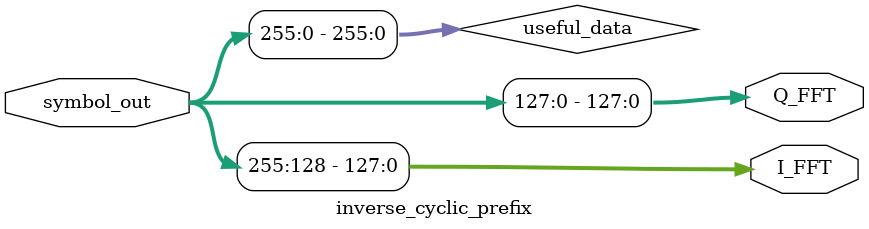
<source format=v>
module inverse_cyclic_prefix (
    input  wire [303:0] symbol_out, // 304-bit input
    output wire [127:0] I_FFT,      // 128-bit In-phase output
    output wire [127:0] Q_FFT       // 128-bit Quadrature output
);

    // Remove first 48 bits (MSB)
    wire [255:0] useful_data;
    assign useful_data = symbol_out[255:0]; // Keep last 256 bits

    // Split into I_FFT and Q_FFT
    assign I_FFT = useful_data[255:128]; // Upper 128 bits -> I_FFT
    assign Q_FFT = useful_data[127:0];   // Lower 128 bits -> Q_FFT

endmodule

</source>
